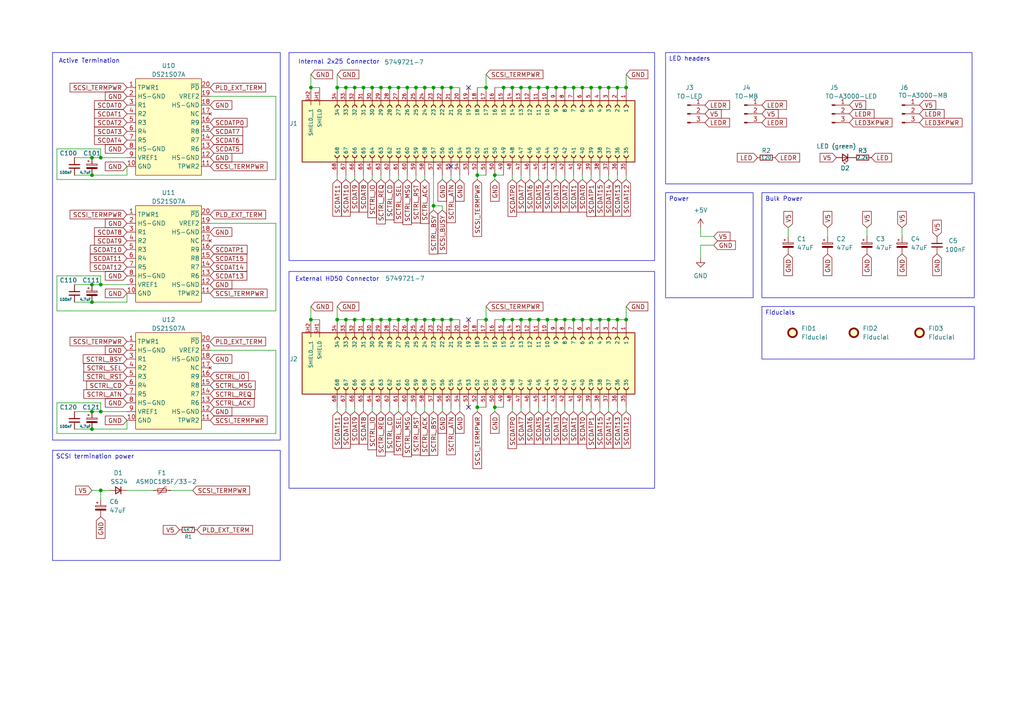
<source format=kicad_sch>
(kicad_sch (version 20250114) (generator "eeschema") (generator_version "9.0")
  (paper "A4")
  (title_block (title "A4092") (rev "PROTO0") (company "amiga.technology"))
  (rectangle (start 83.82 15.24) (end 189.865 75.565))
  (rectangle (start 83.82 78.74) (end 189.865 141.605))
  (rectangle (start 15.24 15.24) (end 81.28 127.635))
  (text "Active Termination\n" (at 25.908 17.78 0) (effects (font (size 1.27 1.27))))
  (text "Internal 2x25 Connector" (at 98.298 18.034 0) (effects (font (size 1.27 1.27))))
  (text "External HD50 Connector" (at 97.79 81.026 0) (effects (font (size 1.27 1.27))))
  (text_box "SCSI termination power\n" (at 15.24 130.6057 0) (size 66.04 31.9542) (margins 0.9525 0.9525 0.9525 0.9525) (effects (font (size 1.27 1.27)) (justify left top)))
  (text_box "Fiducials" (at 220.98 88.9 0) (size 61.595 15.24) (margins 0.9525 0.9525 0.9525 0.9525) (effects (font (size 1.27 1.27)) (justify left top)))
  (text_box "Power\n" (at 193.04 55.88 0) (size 25.4 30.4799) (margins 0.9525 0.9525 0.9525 0.9525) (effects (font (size 1.27 1.27)) (justify left top)))
  (text_box "LED headers\n" (at 193.04 15.24 0) (size 88.9 38.1) (margins 0.9525 0.9525 0.9525 0.9525) (effects (font (size 1.27 1.27)) (justify left top)))
  (text_box "Bulk Power\n" (at 220.98 55.88 0) (size 61.595 30.48) (margins 0.9525 0.9525 0.9525 0.9525) (effects (font (size 1.27 1.27)) (justify left top)))
  (junction (at 168.91 25.4))
  (junction (at 26.67 50.8))
  (junction (at 151.13 25.4))
  (junction (at 153.67 92.71))
  (junction (at 97.79 92.71))
  (junction (at 166.37 92.71))
  (junction (at 115.57 92.71))
  (junction (at 125.73 25.4))
  (junction (at 26.67 124.46))
  (junction (at 176.53 25.4))
  (junction (at 138.43 118.11))
  (junction (at 153.67 25.4))
  (junction (at 120.65 92.71))
  (junction (at 146.05 92.71))
  (junction (at 29.21 142.24))
  (junction (at 128.27 92.71))
  (junction (at 100.33 25.4))
  (junction (at 138.43 50.8))
  (junction (at 102.87 92.71))
  (junction (at 140.97 25.4))
  (junction (at 97.79 25.4))
  (junction (at 110.49 25.4))
  (junction (at 156.21 25.4))
  (junction (at 163.83 25.4))
  (junction (at 171.45 25.4))
  (junction (at 143.51 50.8))
  (junction (at 118.11 25.4))
  (junction (at 115.57 25.4))
  (junction (at 181.61 92.71))
  (junction (at 100.33 92.71))
  (junction (at 90.17 92.71))
  (junction (at 171.45 92.71))
  (junction (at 125.73 92.71))
  (junction (at 168.91 92.71))
  (junction (at 130.81 92.71))
  (junction (at 123.19 92.71))
  (junction (at 120.65 25.4))
  (junction (at 26.67 119.38))
  (junction (at 173.99 92.71))
  (junction (at 148.59 25.4))
  (junction (at 110.49 92.71))
  (junction (at 140.97 92.71))
  (junction (at 26.67 45.72))
  (junction (at 128.27 25.4))
  (junction (at 107.95 25.4))
  (junction (at 107.95 92.71))
  (junction (at 179.07 25.4))
  (junction (at 156.21 92.71))
  (junction (at 90.17 25.4))
  (junction (at 146.05 25.4))
  (junction (at 158.75 92.71))
  (junction (at 113.03 25.4))
  (junction (at 113.03 92.71))
  (junction (at 102.87 25.4))
  (junction (at 143.51 118.11))
  (junction (at 173.99 25.4))
  (junction (at 161.29 25.4))
  (junction (at 26.67 82.55))
  (junction (at 26.67 87.63))
  (junction (at 29.21 45.72))
  (junction (at 123.19 25.4))
  (junction (at 176.53 92.71))
  (junction (at 130.81 25.4))
  (junction (at 29.21 82.55))
  (junction (at 118.11 92.71))
  (junction (at 161.29 92.71))
  (junction (at 166.37 25.4))
  (junction (at 125.73 59.69))
  (junction (at 158.75 25.4))
  (junction (at 151.13 92.71))
  (junction (at 163.83 92.71))
  (junction (at 105.41 25.4))
  (junction (at 179.07 92.71))
  (junction (at 181.61 25.4))
  (junction (at 29.21 119.38))
  (junction (at 105.41 92.71))
  (junction (at 148.59 92.71))
  (no_connect (at 135.89 92.71))
  (no_connect (at 135.89 118.11))
  (no_connect (at 135.89 25.4))
  (no_connect (at 130.81 48.26))
  (wire (pts (xy 80.01 52.07) (xy 16.51 52.07)))
  (wire (pts (xy 203.2 74.93) (xy 203.2 71.12)))
  (wire (pts (xy 173.99 119.38) (xy 173.99 118.11)))
  (wire (pts (xy 110.49 92.71) (xy 113.03 92.71)))
  (wire (pts (xy 29.21 116.84) (xy 29.21 119.38)))
  (wire (pts (xy 146.05 25.4) (xy 148.59 25.4)))
  (wire (pts (xy 125.73 50.8) (xy 125.73 59.69)))
  (wire (pts (xy 123.19 119.38) (xy 123.19 118.11)))
  (wire (pts (xy 179.07 52.07) (xy 179.07 50.8)))
  (wire (pts (xy 120.65 25.4) (xy 123.19 25.4)))
  (wire (pts (xy 143.51 92.71) (xy 146.05 92.71)))
  (wire (pts (xy 16.51 43.18) (xy 29.21 43.18)))
  (wire (pts (xy 36.83 124.46) (xy 26.67 124.46)))
  (wire (pts (xy 153.67 25.4) (xy 156.21 25.4)))
  (wire (pts (xy 80.01 101.6) (xy 80.01 125.73)))
  (wire (pts (xy 90.17 92.71) (xy 92.71 92.71)))
  (wire (pts (xy 163.83 25.4) (xy 166.37 25.4)))
  (wire (pts (xy 138.43 50.8) (xy 140.97 50.8)))
  (wire (pts (xy 97.79 88.9) (xy 97.79 92.71)))
  (wire (pts (xy 203.2 66.04) (xy 203.2 68.58)))
  (wire (pts (xy 148.59 92.71) (xy 151.13 92.71)))
  (wire (pts (xy 251.46 66.04) (xy 251.46 68.58)))
  (wire (pts (xy 179.07 92.71) (xy 181.61 92.71)))
  (wire (pts (xy 21.59 87.63) (xy 26.67 87.63)))
  (wire (pts (xy 156.21 119.38) (xy 156.21 118.11)))
  (wire (pts (xy 161.29 119.38) (xy 161.29 118.11)))
  (wire (pts (xy 181.61 52.07) (xy 181.61 50.8)))
  (wire (pts (xy 156.21 25.4) (xy 158.75 25.4)))
  (wire (pts (xy 105.41 25.4) (xy 107.95 25.4)))
  (wire (pts (xy 120.65 92.71) (xy 123.19 92.71)))
  (wire (pts (xy 143.51 52.07) (xy 143.51 50.8)))
  (wire (pts (xy 16.51 90.17) (xy 16.51 80.01)))
  (wire (pts (xy 31.75 142.24) (xy 29.21 142.24)))
  (wire (pts (xy 120.65 119.38) (xy 120.65 118.11)))
  (wire (pts (xy 36.83 50.8) (xy 26.67 50.8)))
  (wire (pts (xy 100.33 92.71) (xy 102.87 92.71)))
  (wire (pts (xy 44.45 142.24) (xy 36.83 142.24)))
  (wire (pts (xy 128.27 52.07) (xy 128.27 50.8)))
  (wire (pts (xy 138.43 52.07) (xy 138.43 50.8)))
  (wire (pts (xy 107.95 119.38) (xy 107.95 118.11)))
  (wire (pts (xy 21.59 45.72) (xy 26.67 45.72)))
  (wire (pts (xy 163.83 52.07) (xy 163.83 50.8)))
  (wire (pts (xy 123.19 25.4) (xy 125.73 25.4)))
  (wire (pts (xy 166.37 92.71) (xy 168.91 92.71)))
  (wire (pts (xy 158.75 52.07) (xy 158.75 50.8)))
  (wire (pts (xy 163.83 92.71) (xy 166.37 92.71)))
  (wire (pts (xy 97.79 52.07) (xy 97.79 50.8)))
  (wire (pts (xy 26.67 142.24) (xy 29.21 142.24)))
  (wire (pts (xy 55.88 142.24) (xy 49.53 142.24)))
  (wire (pts (xy 90.17 88.9) (xy 90.17 92.71)))
  (wire (pts (xy 97.79 21.59) (xy 97.79 25.4)))
  (wire (pts (xy 168.91 25.4) (xy 171.45 25.4)))
  (wire (pts (xy 80.01 125.73) (xy 16.51 125.73)))
  (wire (pts (xy 240.03 66.04) (xy 240.03 68.58)))
  (wire (pts (xy 107.95 25.4) (xy 110.49 25.4)))
  (wire (pts (xy 128.27 59.69) (xy 128.27 60.96)))
  (wire (pts (xy 166.37 25.4) (xy 168.91 25.4)))
  (wire (pts (xy 105.41 52.07) (xy 105.41 50.8)))
  (wire (pts (xy 151.13 119.38) (xy 151.13 118.11)))
  (wire (pts (xy 125.73 59.69) (xy 125.73 60.96)))
  (wire (pts (xy 60.96 64.77) (xy 80.01 64.77)))
  (wire (pts (xy 128.27 25.4) (xy 130.81 25.4)))
  (wire (pts (xy 163.83 119.38) (xy 163.83 118.11)))
  (wire (pts (xy 80.01 64.77) (xy 80.01 90.17)))
  (wire (pts (xy 168.91 92.71) (xy 171.45 92.71)))
  (wire (pts (xy 161.29 52.07) (xy 161.29 50.8)))
  (wire (pts (xy 16.51 52.07) (xy 16.51 43.18)))
  (wire (pts (xy 16.51 116.84) (xy 29.21 116.84)))
  (wire (pts (xy 110.49 25.4) (xy 113.03 25.4)))
  (wire (pts (xy 118.11 52.07) (xy 118.11 50.8)))
  (wire (pts (xy 29.21 82.55) (xy 36.83 82.55)))
  (wire (pts (xy 143.51 119.38) (xy 143.51 118.11)))
  (wire (pts (xy 140.97 88.9) (xy 140.97 92.71)))
  (wire (pts (xy 138.43 118.11) (xy 140.97 118.11)))
  (wire (pts (xy 171.45 25.4) (xy 173.99 25.4)))
  (wire (pts (xy 123.19 52.07) (xy 123.19 50.8)))
  (wire (pts (xy 29.21 45.72) (xy 36.83 45.72)))
  (wire (pts (xy 115.57 92.71) (xy 118.11 92.71)))
  (wire (pts (xy 173.99 52.07) (xy 173.99 50.8)))
  (wire (pts (xy 97.79 119.38) (xy 97.79 118.11)))
  (wire (pts (xy 158.75 25.4) (xy 161.29 25.4)))
  (wire (pts (xy 130.81 25.4) (xy 133.35 25.4)))
  (wire (pts (xy 128.27 119.38) (xy 128.27 118.11)))
  (wire (pts (xy 161.29 92.71) (xy 163.83 92.71)))
  (wire (pts (xy 21.59 124.46) (xy 26.67 124.46)))
  (wire (pts (xy 173.99 25.4) (xy 176.53 25.4)))
  (wire (pts (xy 118.11 25.4) (xy 120.65 25.4)))
  (wire (pts (xy 29.21 119.38) (xy 36.83 119.38)))
  (wire (pts (xy 130.81 119.38) (xy 130.81 118.11)))
  (wire (pts (xy 203.2 68.58) (xy 207.01 68.58)))
  (wire (pts (xy 102.87 25.4) (xy 105.41 25.4)))
  (wire (pts (xy 36.83 85.09) (xy 36.83 87.63)))
  (wire (pts (xy 102.87 119.38) (xy 102.87 118.11)))
  (wire (pts (xy 113.03 119.38) (xy 113.03 118.11)))
  (wire (pts (xy 102.87 52.07) (xy 102.87 50.8)))
  (wire (pts (xy 16.51 125.73) (xy 16.51 116.84)))
  (wire (pts (xy 107.95 52.07) (xy 107.95 50.8)))
  (wire (pts (xy 80.01 90.17) (xy 16.51 90.17)))
  (wire (pts (xy 29.21 142.24) (xy 29.21 144.78)))
  (wire (pts (xy 166.37 119.38) (xy 166.37 118.11)))
  (wire (pts (xy 110.49 52.07) (xy 110.49 50.8)))
  (wire (pts (xy 138.43 119.38) (xy 138.43 118.11)))
  (wire (pts (xy 151.13 52.07) (xy 151.13 50.8)))
  (wire (pts (xy 176.53 25.4) (xy 179.07 25.4)))
  (wire (pts (xy 168.91 119.38) (xy 168.91 118.11)))
  (wire (pts (xy 156.21 52.07) (xy 156.21 50.8)))
  (wire (pts (xy 120.65 52.07) (xy 120.65 50.8)))
  (wire (pts (xy 181.61 21.59) (xy 181.61 25.4)))
  (wire (pts (xy 60.96 27.94) (xy 80.01 27.94)))
  (wire (pts (xy 140.97 21.59) (xy 140.97 25.4)))
  (wire (pts (xy 29.21 80.01) (xy 29.21 82.55)))
  (wire (pts (xy 176.53 92.71) (xy 179.07 92.71)))
  (wire (pts (xy 153.67 119.38) (xy 153.67 118.11)))
  (wire (pts (xy 36.83 121.92) (xy 36.83 124.46)))
  (wire (pts (xy 130.81 52.07) (xy 130.81 50.8)))
  (wire (pts (xy 158.75 119.38) (xy 158.75 118.11)))
  (wire (pts (xy 100.33 52.07) (xy 100.33 50.8)))
  (wire (pts (xy 153.67 92.71) (xy 156.21 92.71)))
  (wire (pts (xy 90.17 21.59) (xy 90.17 25.4)))
  (wire (pts (xy 203.2 71.12) (xy 207.01 71.12)))
  (wire (pts (xy 138.43 25.4) (xy 140.97 25.4)))
  (wire (pts (xy 179.07 25.4) (xy 181.61 25.4)))
  (wire (pts (xy 181.61 88.9) (xy 181.61 92.71)))
  (wire (pts (xy 113.03 52.07) (xy 113.03 50.8)))
  (wire (pts (xy 166.37 52.07) (xy 166.37 50.8)))
  (wire (pts (xy 173.99 92.71) (xy 176.53 92.71)))
  (wire (pts (xy 26.67 45.72) (xy 29.21 45.72)))
  (wire (pts (xy 100.33 25.4) (xy 102.87 25.4)))
  (wire (pts (xy 148.59 25.4) (xy 151.13 25.4)))
  (wire (pts (xy 26.67 82.55) (xy 29.21 82.55)))
  (wire (pts (xy 102.87 92.71) (xy 105.41 92.71)))
  (wire (pts (xy 29.21 43.18) (xy 29.21 45.72)))
  (wire (pts (xy 179.07 119.38) (xy 179.07 118.11)))
  (wire (pts (xy 130.81 92.71) (xy 133.35 92.71)))
  (wire (pts (xy 100.33 119.38) (xy 100.33 118.11)))
  (wire (pts (xy 125.73 25.4) (xy 128.27 25.4)))
  (wire (pts (xy 80.01 27.94) (xy 80.01 52.07)))
  (wire (pts (xy 36.83 48.26) (xy 36.83 50.8)))
  (wire (pts (xy 146.05 92.71) (xy 148.59 92.71)))
  (wire (pts (xy 153.67 52.07) (xy 153.67 50.8)))
  (wire (pts (xy 148.59 119.38) (xy 148.59 118.11)))
  (wire (pts (xy 125.73 92.71) (xy 128.27 92.71)))
  (wire (pts (xy 176.53 52.07) (xy 176.53 50.8)))
  (wire (pts (xy 113.03 25.4) (xy 115.57 25.4)))
  (wire (pts (xy 171.45 119.38) (xy 171.45 118.11)))
  (wire (pts (xy 118.11 92.71) (xy 120.65 92.71)))
  (wire (pts (xy 133.35 119.38) (xy 133.35 118.11)))
  (wire (pts (xy 133.35 52.07) (xy 133.35 50.8)))
  (wire (pts (xy 21.59 82.55) (xy 26.67 82.55)))
  (wire (pts (xy 115.57 52.07) (xy 115.57 50.8)))
  (wire (pts (xy 156.21 92.71) (xy 158.75 92.71)))
  (wire (pts (xy 261.62 68.58) (xy 261.62 66.04)))
  (wire (pts (xy 118.11 119.38) (xy 118.11 118.11)))
  (wire (pts (xy 113.03 92.71) (xy 115.57 92.71)))
  (wire (pts (xy 151.13 92.71) (xy 153.67 92.71)))
  (wire (pts (xy 107.95 92.71) (xy 110.49 92.71)))
  (wire (pts (xy 128.27 92.71) (xy 130.81 92.71)))
  (wire (pts (xy 16.51 80.01) (xy 29.21 80.01)))
  (wire (pts (xy 161.29 25.4) (xy 163.83 25.4)))
  (wire (pts (xy 110.49 119.38) (xy 110.49 118.11)))
  (wire (pts (xy 123.19 92.71) (xy 125.73 92.71)))
  (wire (pts (xy 125.73 59.69) (xy 128.27 59.69)))
  (wire (pts (xy 143.51 118.11) (xy 146.05 118.11)))
  (wire (pts (xy 143.51 50.8) (xy 146.05 50.8)))
  (wire (pts (xy 181.61 119.38) (xy 181.61 118.11)))
  (wire (pts (xy 138.43 92.71) (xy 140.97 92.71)))
  (wire (pts (xy 143.51 25.4) (xy 146.05 25.4)))
  (wire (pts (xy 26.67 119.38) (xy 29.21 119.38)))
  (wire (pts (xy 36.83 87.63) (xy 26.67 87.63)))
  (wire (pts (xy 125.73 118.11) (xy 125.73 119.38)))
  (wire (pts (xy 171.45 52.07) (xy 171.45 50.8)))
  (wire (pts (xy 228.6 66.04) (xy 228.6 68.58)))
  (wire (pts (xy 168.91 52.07) (xy 168.91 50.8)))
  (wire (pts (xy 21.59 50.8) (xy 26.67 50.8)))
  (wire (pts (xy 115.57 25.4) (xy 118.11 25.4)))
  (wire (pts (xy 151.13 25.4) (xy 153.67 25.4)))
  (wire (pts (xy 158.75 92.71) (xy 161.29 92.71)))
  (wire (pts (xy 90.17 25.4) (xy 92.71 25.4)))
  (wire (pts (xy 176.53 119.38) (xy 176.53 118.11)))
  (wire (pts (xy 171.45 92.71) (xy 173.99 92.71)))
  (wire (pts (xy 148.59 52.07) (xy 148.59 50.8)))
  (wire (pts (xy 97.79 92.71) (xy 100.33 92.71)))
  (wire (pts (xy 105.41 92.71) (xy 107.95 92.71)))
  (wire (pts (xy 115.57 119.38) (xy 115.57 118.11)))
  (wire (pts (xy 105.41 119.38) (xy 105.41 118.11)))
  (wire (pts (xy 21.59 119.38) (xy 26.67 119.38)))
  (wire (pts (xy 60.96 101.6) (xy 80.01 101.6)))
  (wire (pts (xy 97.79 25.4) (xy 100.33 25.4)))
  (global_label "SCSI_TERMPWR" (shape input) (at 60.96 121.92 0) (property "Intersheetrefs" "${INTERSHEET_REFS}" (effects (hide yes))))
  (global_label "SCTRL_RST" (shape input) (at 120.65 119.38 270) (property "Intersheetrefs" "${INTERSHEET_REFS}" (effects (hide yes))))
  (global_label "LEDR" (shape input) (at 220.98 30.48 0) (property "Intersheetrefs" "${INTERSHEET_REFS}" (effects (hide yes))))
  (global_label "LEDR" (shape input) (at 224.79 45.72 0) (property "Intersheetrefs" "${INTERSHEET_REFS}" (effects (hide yes))))
  (global_label "GND" (shape input) (at 36.83 80.01 180) (property "Intersheetrefs" "${INTERSHEET_REFS}" (effects (hide yes))))
  (global_label "SCDAT6" (shape input) (at 153.67 52.07 270) (property "Intersheetrefs" "${INTERSHEET_REFS}" (effects (hide yes))))
  (global_label "V5" (shape input) (at 261.62 66.04 90) (property "Intersheetrefs" "${INTERSHEET_REFS}" (effects (hide yes))))
  (global_label "SCDAT12" (shape input) (at 36.83 77.47 180) (property "Intersheetrefs" "${INTERSHEET_REFS}" (effects (hide yes))))
  (global_label "GND" (shape input) (at 36.83 101.6 180) (property "Intersheetrefs" "${INTERSHEET_REFS}" (effects (hide yes))))
  (global_label "V5" (shape input) (at 240.03 66.04 90) (property "Intersheetrefs" "${INTERSHEET_REFS}" (effects (hide yes))))
  (global_label "SCDAT0" (shape input) (at 168.91 119.38 270) (property "Intersheetrefs" "${INTERSHEET_REFS}" (effects (hide yes))))
  (global_label "GND" (shape input) (at 181.61 88.9 0) (property "Intersheetrefs" "${INTERSHEET_REFS}" (effects (hide yes))))
  (global_label "SCDAT15" (shape input) (at 60.96 74.93 0) (property "Intersheetrefs" "${INTERSHEET_REFS}" (effects (hide yes))))
  (global_label "SCTRL_RST" (shape input) (at 120.65 52.07 270) (property "Intersheetrefs" "${INTERSHEET_REFS}" (effects (hide yes))))
  (global_label "SCDAT1" (shape input) (at 166.37 52.07 270) (property "Intersheetrefs" "${INTERSHEET_REFS}" (effects (hide yes))))
  (global_label "SCDAT8" (shape input) (at 36.83 67.31 180) (property "Intersheetrefs" "${INTERSHEET_REFS}" (effects (hide yes))))
  (global_label "SCTRL_MSG" (shape input) (at 118.11 52.07 270) (property "Intersheetrefs" "${INTERSHEET_REFS}" (effects (hide yes))))
  (global_label "V5" (shape input) (at 271.78 68.58 90) (property "Intersheetrefs" "${INTERSHEET_REFS}" (effects (hide yes))))
  (global_label "GND" (shape input) (at 36.83 85.09 180) (property "Intersheetrefs" "${INTERSHEET_REFS}" (effects (hide yes))))
  (global_label "PLD_EXT_TERM" (shape input) (at 60.96 25.4 0) (property "Intersheetrefs" "${INTERSHEET_REFS}" (effects (hide yes))))
  (global_label "SCSI_TERMPWR" (shape input) (at 138.43 52.07 270) (property "Intersheetrefs" "${INTERSHEET_REFS}" (effects (hide yes))))
  (global_label "SCSI_TERMPWR" (shape input) (at 140.97 21.59 0) (property "Intersheetrefs" "${INTERSHEET_REFS}" (effects (hide yes))))
  (global_label "GND" (shape input) (at 181.61 21.59 0) (property "Intersheetrefs" "${INTERSHEET_REFS}" (effects (hide yes))))
  (global_label "V5" (shape input) (at 228.6 66.04 90) (property "Intersheetrefs" "${INTERSHEET_REFS}" (effects (hide yes))))
  (global_label "SCDAT5" (shape input) (at 156.21 52.07 270) (property "Intersheetrefs" "${INTERSHEET_REFS}" (effects (hide yes))))
  (global_label "LED3KPWR" (shape input) (at 246.38 35.56 0) (property "Intersheetrefs" "${INTERSHEET_REFS}" (effects (hide yes))))
  (global_label "SCDAT0" (shape input) (at 36.83 30.48 180) (property "Intersheetrefs" "${INTERSHEET_REFS}" (effects (hide yes))))
  (global_label "V5" (shape input) (at 204.47 33.02 0) (property "Intersheetrefs" "${INTERSHEET_REFS}" (effects (hide yes))))
  (global_label "LED3KPWR" (shape input) (at 266.7 35.56 0) (property "Intersheetrefs" "${INTERSHEET_REFS}" (effects (hide yes))))
  (global_label "GND" (shape input) (at 36.83 116.84 180) (property "Intersheetrefs" "${INTERSHEET_REFS}" (effects (hide yes))))
  (global_label "SCTRL_RST" (shape input) (at 36.83 109.22 180) (property "Intersheetrefs" "${INTERSHEET_REFS}" (effects (hide yes))))
  (global_label "GND" (shape input) (at 60.96 45.72 0) (property "Intersheetrefs" "${INTERSHEET_REFS}" (effects (hide yes))))
  (global_label "LEDR" (shape input) (at 220.98 35.56 0) (property "Intersheetrefs" "${INTERSHEET_REFS}" (effects (hide yes))))
  (global_label "SCDAT9" (shape input) (at 36.83 69.85 180) (property "Intersheetrefs" "${INTERSHEET_REFS}" (effects (hide yes))))
  (global_label "SCTRL_BSY" (shape input) (at 36.83 104.14 180) (property "Intersheetrefs" "${INTERSHEET_REFS}" (effects (hide yes))))
  (global_label "SCSI_TERMPWR" (shape input) (at 36.83 25.4 180) (property "Intersheetrefs" "${INTERSHEET_REFS}" (effects (hide yes))))
  (global_label "SCDAT7" (shape input) (at 151.13 119.38 270) (property "Intersheetrefs" "${INTERSHEET_REFS}" (effects (hide yes))))
  (global_label "PLD_EXT_TERM" (shape input) (at 60.96 99.06 0) (property "Intersheetrefs" "${INTERSHEET_REFS}" (effects (hide yes))))
  (global_label "SCDAT1" (shape input) (at 36.83 33.02 180) (property "Intersheetrefs" "${INTERSHEET_REFS}" (effects (hide yes))))
  (global_label "SCDAT13" (shape input) (at 179.07 52.07 270) (property "Intersheetrefs" "${INTERSHEET_REFS}" (effects (hide yes))))
  (global_label "LED" (shape input) (at 219.71 45.72 180) (property "Intersheetrefs" "${INTERSHEET_REFS}" (effects (hide yes))))
  (global_label "SCTRL_SEL" (shape input) (at 115.57 52.07 270) (property "Intersheetrefs" "${INTERSHEET_REFS}" (effects (hide yes))))
  (global_label "SCSI_TERMPWR" (shape input) (at 36.83 62.23 180) (property "Intersheetrefs" "${INTERSHEET_REFS}" (effects (hide yes))))
  (global_label "SCTRL_MSG" (shape input) (at 60.96 111.76 0) (property "Intersheetrefs" "${INTERSHEET_REFS}" (effects (hide yes))))
  (global_label "SCDAT3" (shape input) (at 161.29 119.38 270) (property "Intersheetrefs" "${INTERSHEET_REFS}" (effects (hide yes))))
  (global_label "GND" (shape input) (at 133.35 119.38 270) (property "Intersheetrefs" "${INTERSHEET_REFS}" (effects (hide yes))))
  (global_label "SCDAT15" (shape input) (at 173.99 52.07 270) (property "Intersheetrefs" "${INTERSHEET_REFS}" (effects (hide yes))))
  (global_label "SCDAT7" (shape input) (at 151.13 52.07 270) (property "Intersheetrefs" "${INTERSHEET_REFS}" (effects (hide yes))))
  (global_label "SCTRL_ACK" (shape input) (at 60.96 116.84 0) (property "Intersheetrefs" "${INTERSHEET_REFS}" (effects (hide yes))))
  (global_label "SCSI_TERMPWR" (shape input) (at 138.43 119.38 270) (property "Intersheetrefs" "${INTERSHEET_REFS}" (effects (hide yes))))
  (global_label "SCSI_TERMPWR" (shape input) (at 55.88 142.24 0) (property "Intersheetrefs" "${INTERSHEET_REFS}" (effects (hide yes))))
  (global_label "GND" (shape input) (at 133.35 52.07 270) (property "Intersheetrefs" "${INTERSHEET_REFS}" (effects (hide yes))))
  (global_label "SCDAT0" (shape input) (at 168.91 52.07 270) (property "Intersheetrefs" "${INTERSHEET_REFS}" (effects (hide yes))))
  (global_label "SCDAT2" (shape input) (at 163.83 119.38 270) (property "Intersheetrefs" "${INTERSHEET_REFS}" (effects (hide yes))))
  (global_label "SCTRL_ATN" (shape input) (at 130.81 119.38 270) (property "Intersheetrefs" "${INTERSHEET_REFS}" (effects (hide yes))))
  (global_label "SCDAT3" (shape input) (at 36.83 38.1 180) (property "Intersheetrefs" "${INTERSHEET_REFS}" (effects (hide yes))))
  (global_label "GND" (shape input) (at 36.83 43.18 180) (property "Intersheetrefs" "${INTERSHEET_REFS}" (effects (hide yes))))
  (global_label "SCDAT5" (shape input) (at 60.96 43.18 0) (property "Intersheetrefs" "${INTERSHEET_REFS}" (effects (hide yes))))
  (global_label "SCDAT13" (shape input) (at 60.96 80.01 0) (property "Intersheetrefs" "${INTERSHEET_REFS}" (effects (hide yes))))
  (global_label "PLD_EXT_TERM" (shape input) (at 57.15 153.67 0) (property "Intersheetrefs" "${INTERSHEET_REFS}" (effects (hide yes))))
  (global_label "GND" (shape input) (at 97.79 88.9 0) (property "Intersheetrefs" "${INTERSHEET_REFS}" (effects (hide yes))))
  (global_label "SCTRL_MSG" (shape input) (at 118.11 119.38 270) (property "Intersheetrefs" "${INTERSHEET_REFS}" (effects (hide yes))))
  (global_label "SCDAT10" (shape input) (at 100.33 119.38 270) (property "Intersheetrefs" "${INTERSHEET_REFS}" (effects (hide yes))))
  (global_label "SCTRL_REQ" (shape input) (at 110.49 52.07 270) (property "Intersheetrefs" "${INTERSHEET_REFS}" (effects (hide yes))))
  (global_label "PLD_EXT_TERM" (shape input) (at 60.96 62.23 0) (property "Intersheetrefs" "${INTERSHEET_REFS}" (effects (hide yes))))
  (global_label "LED" (shape input) (at 252.73 45.72 0) (property "Intersheetrefs" "${INTERSHEET_REFS}" (effects (hide yes))))
  (global_label "GND" (shape input) (at 228.6 73.66 270) (property "Intersheetrefs" "${INTERSHEET_REFS}" (effects (hide yes))))
  (global_label "SCDAT11" (shape input) (at 36.83 74.93 180) (property "Intersheetrefs" "${INTERSHEET_REFS}" (effects (hide yes))))
  (global_label "V5" (shape input) (at 266.7 30.48 0) (property "Intersheetrefs" "${INTERSHEET_REFS}" (effects (hide yes))))
  (global_label "GND" (shape input) (at 60.96 82.55 0) (property "Intersheetrefs" "${INTERSHEET_REFS}" (effects (hide yes))))
  (global_label "SCTRL_IO" (shape input) (at 107.95 52.07 270) (property "Intersheetrefs" "${INTERSHEET_REFS}" (effects (hide yes))))
  (global_label "LEDR" (shape input) (at 204.47 30.48 0) (property "Intersheetrefs" "${INTERSHEET_REFS}" (effects (hide yes))))
  (global_label "GND" (shape input) (at 143.51 119.38 270) (property "Intersheetrefs" "${INTERSHEET_REFS}" (effects (hide yes))))
  (global_label "SCDAT10" (shape input) (at 36.83 72.39 180) (property "Intersheetrefs" "${INTERSHEET_REFS}" (effects (hide yes))))
  (global_label "GND" (shape input) (at 36.83 121.92 180) (property "Intersheetrefs" "${INTERSHEET_REFS}" (effects (hide yes))))
  (global_label "SCDAT4" (shape input) (at 36.83 40.64 180) (property "Intersheetrefs" "${INTERSHEET_REFS}" (effects (hide yes))))
  (global_label "GND" (shape input) (at 128.27 52.07 270) (property "Intersheetrefs" "${INTERSHEET_REFS}" (effects (hide yes))))
  (global_label "GND" (shape input) (at 60.96 67.31 0) (property "Intersheetrefs" "${INTERSHEET_REFS}" (effects (hide yes))))
  (global_label "SCDAT5" (shape input) (at 156.21 119.38 270) (property "Intersheetrefs" "${INTERSHEET_REFS}" (effects (hide yes))))
  (global_label "SCTRL_CD" (shape input) (at 113.03 119.38 270) (property "Intersheetrefs" "${INTERSHEET_REFS}" (effects (hide yes))))
  (global_label "SCDAT4" (shape input) (at 158.75 119.38 270) (property "Intersheetrefs" "${INTERSHEET_REFS}" (effects (hide yes))))
  (global_label "V5" (shape input) (at 242.57 45.72 180) (property "Intersheetrefs" "${INTERSHEET_REFS}" (effects (hide yes))))
  (global_label "SCTRL_ATN" (shape input) (at 36.83 114.3 180) (property "Intersheetrefs" "${INTERSHEET_REFS}" (effects (hide yes))))
  (global_label "V5" (shape input) (at 246.38 30.48 0) (property "Intersheetrefs" "${INTERSHEET_REFS}" (effects (hide yes))))
  (global_label "SCSI_BUSY" (shape input) (at 128.27 60.96 270) (property "Intersheetrefs" "${INTERSHEET_REFS}" (effects (hide yes))))
  (global_label "SCDATP0" (shape input) (at 148.59 119.38 270) (property "Intersheetrefs" "${INTERSHEET_REFS}" (effects (hide yes))))
  (global_label "SCDAT1" (shape input) (at 166.37 119.38 270) (property "Intersheetrefs" "${INTERSHEET_REFS}" (effects (hide yes))))
  (global_label "SCDATP1" (shape input) (at 60.96 72.39 0) (property "Intersheetrefs" "${INTERSHEET_REFS}" (effects (hide yes))))
  (global_label "SCTRL_IO" (shape input) (at 107.95 119.38 270) (property "Intersheetrefs" "${INTERSHEET_REFS}" (effects (hide yes))))
  (global_label "SCTRL_ACK" (shape input) (at 123.19 52.07 270) (property "Intersheetrefs" "${INTERSHEET_REFS}" (effects (hide yes))))
  (global_label "SCDAT10" (shape input) (at 100.33 52.07 270) (property "Intersheetrefs" "${INTERSHEET_REFS}" (effects (hide yes))))
  (global_label "LEDR" (shape input) (at 246.38 33.02 0) (property "Intersheetrefs" "${INTERSHEET_REFS}" (effects (hide yes))))
  (global_label "GND" (shape input) (at 90.17 88.9 0) (property "Intersheetrefs" "${INTERSHEET_REFS}" (effects (hide yes))))
  (global_label "SCDAT15" (shape input) (at 173.99 119.38 270) (property "Intersheetrefs" "${INTERSHEET_REFS}" (effects (hide yes))))
  (global_label "SCDAT7" (shape input) (at 60.96 38.1 0) (property "Intersheetrefs" "${INTERSHEET_REFS}" (effects (hide yes))))
  (global_label "SCDAT14" (shape input) (at 176.53 52.07 270) (property "Intersheetrefs" "${INTERSHEET_REFS}" (effects (hide yes))))
  (global_label "SCDAT9" (shape input) (at 102.87 119.38 270) (property "Intersheetrefs" "${INTERSHEET_REFS}" (effects (hide yes))))
  (global_label "SCDAT9" (shape input) (at 102.87 52.07 270) (property "Intersheetrefs" "${INTERSHEET_REFS}" (effects (hide yes))))
  (global_label "GND" (shape input) (at 36.83 64.77 180) (property "Intersheetrefs" "${INTERSHEET_REFS}" (effects (hide yes))))
  (global_label "SCDAT3" (shape input) (at 161.29 52.07 270) (property "Intersheetrefs" "${INTERSHEET_REFS}" (effects (hide yes))))
  (global_label "SCDAT11" (shape input) (at 97.79 52.07 270) (property "Intersheetrefs" "${INTERSHEET_REFS}" (effects (hide yes))))
  (global_label "GND" (shape input) (at 36.83 27.94 180) (property "Intersheetrefs" "${INTERSHEET_REFS}" (effects (hide yes))))
  (global_label "SCDAT12" (shape input) (at 181.61 119.38 270) (property "Intersheetrefs" "${INTERSHEET_REFS}" (effects (hide yes))))
  (global_label "GND" (shape input) (at 97.79 21.59 0) (property "Intersheetrefs" "${INTERSHEET_REFS}" (effects (hide yes))))
  (global_label "GND" (shape input) (at 271.78 73.66 270) (property "Intersheetrefs" "${INTERSHEET_REFS}" (effects (hide yes))))
  (global_label "SCTRL_CD" (shape input) (at 113.03 52.07 270) (property "Intersheetrefs" "${INTERSHEET_REFS}" (effects (hide yes))))
  (global_label "SCDATP1" (shape input) (at 171.45 52.07 270) (property "Intersheetrefs" "${INTERSHEET_REFS}" (effects (hide yes))))
  (global_label "GND" (shape input) (at 143.51 52.07 270) (property "Intersheetrefs" "${INTERSHEET_REFS}" (effects (hide yes))))
  (global_label "SCSI_TERMPWR" (shape input) (at 60.96 48.26 0) (property "Intersheetrefs" "${INTERSHEET_REFS}" (effects (hide yes))))
  (global_label "SCDATP0" (shape input) (at 60.96 35.56 0) (property "Intersheetrefs" "${INTERSHEET_REFS}" (effects (hide yes))))
  (global_label "SCSI_TERMPWR" (shape input) (at 140.97 88.9 0) (property "Intersheetrefs" "${INTERSHEET_REFS}" (effects (hide yes))))
  (global_label "GND" (shape input) (at 60.96 119.38 0) (property "Intersheetrefs" "${INTERSHEET_REFS}" (effects (hide yes))))
  (global_label "LEDR" (shape input) (at 204.47 35.56 0) (property "Intersheetrefs" "${INTERSHEET_REFS}" (effects (hide yes))))
  (global_label "SCDAT8" (shape input) (at 105.41 119.38 270) (property "Intersheetrefs" "${INTERSHEET_REFS}" (effects (hide yes))))
  (global_label "GND" (shape input) (at 60.96 104.14 0) (property "Intersheetrefs" "${INTERSHEET_REFS}" (effects (hide yes))))
  (global_label "V5" (shape input) (at 207.01 68.58 0) (property "Intersheetrefs" "${INTERSHEET_REFS}" (effects (hide yes))))
  (global_label "SCSI_TERMPWR" (shape input) (at 36.83 99.06 180) (property "Intersheetrefs" "${INTERSHEET_REFS}" (effects (hide yes))))
  (global_label "GND" (shape input) (at 36.83 48.26 180) (property "Intersheetrefs" "${INTERSHEET_REFS}" (effects (hide yes))))
  (global_label "GND" (shape input) (at 207.01 71.12 0) (property "Intersheetrefs" "${INTERSHEET_REFS}" (effects (hide yes))))
  (global_label "SCDAT8" (shape input) (at 105.41 52.07 270) (property "Intersheetrefs" "${INTERSHEET_REFS}" (effects (hide yes))))
  (global_label "SCDAT13" (shape input) (at 179.07 119.38 270) (property "Intersheetrefs" "${INTERSHEET_REFS}" (effects (hide yes))))
  (global_label "SCTRL_REQ" (shape input) (at 60.96 114.3 0) (property "Intersheetrefs" "${INTERSHEET_REFS}" (effects (hide yes))))
  (global_label "SCDAT11" (shape input) (at 97.79 119.38 270) (property "Intersheetrefs" "${INTERSHEET_REFS}" (effects (hide yes))))
  (global_label "SCDAT2" (shape input) (at 163.83 52.07 270) (property "Intersheetrefs" "${INTERSHEET_REFS}" (effects (hide yes))))
  (global_label "SCDATP1" (shape input) (at 171.45 119.38 270) (property "Intersheetrefs" "${INTERSHEET_REFS}" (effects (hide yes))))
  (global_label "GND" (shape input) (at 240.03 73.66 270) (property "Intersheetrefs" "${INTERSHEET_REFS}" (effects (hide yes))))
  (global_label "V5" (shape input) (at 251.46 66.04 90) (property "Intersheetrefs" "${INTERSHEET_REFS}" (effects (hide yes))))
  (global_label "SCTRL_IO" (shape input) (at 60.96 109.22 0) (property "Intersheetrefs" "${INTERSHEET_REFS}" (effects (hide yes))))
  (global_label "SCDAT14" (shape input) (at 176.53 119.38 270) (property "Intersheetrefs" "${INTERSHEET_REFS}" (effects (hide yes))))
  (global_label "SCDATP0" (shape input) (at 148.59 52.07 270) (property "Intersheetrefs" "${INTERSHEET_REFS}" (effects (hide yes))))
  (global_label "SCDAT12" (shape input) (at 181.61 52.07 270) (property "Intersheetrefs" "${INTERSHEET_REFS}" (effects (hide yes))))
  (global_label "SCTRL_BSY" (shape input) (at 125.73 119.38 270) (property "Intersheetrefs" "${INTERSHEET_REFS}" (effects (hide yes))))
  (global_label "SCTRL_SEL" (shape input) (at 36.83 106.68 180) (property "Intersheetrefs" "${INTERSHEET_REFS}" (effects (hide yes))))
  (global_label "SCSI_TERMPWR" (shape input) (at 60.96 85.09 0) (property "Intersheetrefs" "${INTERSHEET_REFS}" (effects (hide yes))))
  (global_label "GND" (shape input) (at 128.27 119.38 270) (property "Intersheetrefs" "${INTERSHEET_REFS}" (effects (hide yes))))
  (global_label "GND" (shape input) (at 251.46 73.66 270) (property "Intersheetrefs" "${INTERSHEET_REFS}" (effects (hide yes))))
  (global_label "GND" (shape input) (at 29.21 149.86 270) (property "Intersheetrefs" "${INTERSHEET_REFS}" (effects (hide yes))))
  (global_label "V5" (shape input) (at 52.07 153.67 180) (property "Intersheetrefs" "${INTERSHEET_REFS}" (effects (hide yes))))
  (global_label "GND" (shape input) (at 60.96 30.48 0) (property "Intersheetrefs" "${INTERSHEET_REFS}" (effects (hide yes))))
  (global_label "SCTRL_REQ" (shape input) (at 110.49 119.38 270) (property "Intersheetrefs" "${INTERSHEET_REFS}" (effects (hide yes))))
  (global_label "SCTRL_BSY" (shape input) (at 125.73 60.96 270) (property "Intersheetrefs" "${INTERSHEET_REFS}" (effects (hide yes))))
  (global_label "SCDAT4" (shape input) (at 158.75 52.07 270) (property "Intersheetrefs" "${INTERSHEET_REFS}" (effects (hide yes))))
  (global_label "SCDAT2" (shape input) (at 36.83 35.56 180) (property "Intersheetrefs" "${INTERSHEET_REFS}" (effects (hide yes))))
  (global_label "SCTRL_SEL" (shape input) (at 115.57 119.38 270) (property "Intersheetrefs" "${INTERSHEET_REFS}" (effects (hide yes))))
  (global_label "SCDAT6" (shape input) (at 60.96 40.64 0) (property "Intersheetrefs" "${INTERSHEET_REFS}" (effects (hide yes))))
  (global_label "SCDAT6" (shape input) (at 153.67 119.38 270) (property "Intersheetrefs" "${INTERSHEET_REFS}" (effects (hide yes))))
  (global_label "LEDR" (shape input) (at 266.7 33.02 0) (property "Intersheetrefs" "${INTERSHEET_REFS}" (effects (hide yes))))
  (global_label "V5" (shape input) (at 26.67 142.24 180) (property "Intersheetrefs" "${INTERSHEET_REFS}" (effects (hide yes))))
  (global_label "GND" (shape input) (at 90.17 21.59 0) (property "Intersheetrefs" "${INTERSHEET_REFS}" (effects (hide yes))))
  (global_label "SCTRL_CD" (shape input) (at 36.83 111.76 180) (property "Intersheetrefs" "${INTERSHEET_REFS}" (effects (hide yes))))
  (global_label "V5" (shape input) (at 220.98 33.02 0) (property "Intersheetrefs" "${INTERSHEET_REFS}" (effects (hide yes))))
  (global_label "GND" (shape input) (at 261.62 73.66 270) (property "Intersheetrefs" "${INTERSHEET_REFS}" (effects (hide yes))))
  (global_label "SCDAT14" (shape input) (at 60.96 77.47 0) (property "Intersheetrefs" "${INTERSHEET_REFS}" (effects (hide yes))))
  (global_label "SCTRL_ATN" (shape input) (at 130.81 52.07 270) (property "Intersheetrefs" "${INTERSHEET_REFS}" (effects (hide yes))))
  (global_label "SCTRL_ACK" (shape input) (at 123.19 119.38 270) (property "Intersheetrefs" "${INTERSHEET_REFS}" (effects (hide yes))))
  (symbol (lib_id "ds2107:DS21S07AE") (at 40.64 57.15 0) (unit 1)
    (property "Reference" "U11" (at 48.895 55.88 0))
    (property "Value" "DS21S07A" (at 48.895 58.42 0))
    (property "Footprint" "Package_SO:TSSOP-20_4.4x6.5mm_P0.65mm" (effects (hide yes)))
    (property "Datasheet" "https://www.analog.com/media/en/technical-documentation/data-sheets/DS21S07A.pdf" (effects (hide yes)))
    (property "LCSC Part #" "C6602097" (effects (hide yes)))
  )
  (symbol (lib_id "ds2107:DS21S07AE") (at 40.64 93.98 0) (unit 1)
    (property "Reference" "U12" (at 48.895 92.71 0))
    (property "Value" "DS21S07A" (at 48.895 95.25 0))
    (property "Footprint" "Package_SO:TSSOP-20_4.4x6.5mm_P0.65mm" (effects (hide yes)))
    (property "Datasheet" "https://www.analog.com/media/en/technical-documentation/data-sheets/DS21S07A.pdf" (effects (hide yes)))
    (property "LCSC Part #" "C6602097" (effects (hide yes)))
  )
  (symbol (lib_id "TE_5749721-7:5749721-7") (at 135.89 105.41 270) (unit 1)
    (property "Reference" "J2" (at 86.36 104.1399 90) (effects (justify right)))
    (property "Value" "5749721-7" (at 123.19 80.772 90) (effects (justify right)))
    (property "Footprint" "TE_5749721-7:TE_5749721-7" (effects (hide yes)))
    (property "PARTREV" "B1" (effects (hide yes)))
    (property "STANDARD" "Manufacturer Recommendations" (effects (hide yes)))
    (property "MAXIMUM_PACKAGE_HEIGHT" "8.92mm" (effects (hide yes)))
    (property "MANUFACTURER" "TE Connectivity" (effects (hide yes)))
  )
  (symbol (lib_id "Device:Polyfuse_Small") (at 46.99 142.24 90) (unit 1)
    (property "Reference" "F1" (at 46.99 137.16 90))
    (property "Value" "ASMDC185F/33-2" (at 48.26 139.7 90))
    (property "Footprint" "Fuse:Fuse_2920_7451Metric_Pad2.10x5.45mm_HandSolder" (effects (hide yes)))
    (property "Description" "Resettable fuse, polymeric positive temperature coefficient, small symbol" (effects (hide yes)))
    (property "LCSC Part #" "C135379" (effects (hide yes)))
    (property "LCSC Alt #" "C780180" (effects (hide yes)))
  )
  (symbol (lib_id "Device:C_Small") (at 271.78 71.12 0) (unit 1)
    (property "Reference" "C5" (at 275.082 69.85 0) (effects (justify left)))
    (property "Value" "100nF" (at 274.066 72.39 0) (effects (justify left)))
    (property "Footprint" "Capacitor_SMD:C_0603_1608Metric_Pad1.08x0.95mm_HandSolder" (effects (hide yes)))
    (property "Description" "Unpolarized capacitor, small symbol" (effects (hide yes)))
    (property "LCSC Part #" "C14663" (effects (hide yes)))
  )
  (symbol (lib_id "Device:R_Small") (at 54.61 153.67 270) (unit 1)
    (property "Reference" "R1" (at 54.61 155.702 90) (effects (font (size 1.016 1.016))))
    (property "Value" "4K7" (at 54.61 153.67 90) (effects (font (size 1.016 1.016))))
    (property "Footprint" "Resistor_SMD:R_0603_1608Metric_Pad0.98x0.95mm_HandSolder" (effects (hide yes)))
    (property "Description" "Resistor, small symbol" (effects (hide yes)))
    (property "LCSC Part #" "C23162" (effects (hide yes)))
  )
  (symbol (lib_id "Device:C_Polarized_Small") (at 228.6 71.12 0) (unit 1)
    (property "Reference" "C1" (at 231.14 69.3038 0) (effects (justify left)))
    (property "Value" "47uF" (at 231.14 71.8438 0) (effects (justify left)))
    (property "Footprint" "Capacitor_SMD:CP_Elec_6.3x7.7" (effects (hide yes)))
    (property "Description" "Polarized capacitor, small symbol" (effects (hide yes)))
    (property "MPN" "KEMET/A765EB476M1ELAE040" (effects (hide yes)))
    (property "LCSC Part #" "C369909" (effects (hide yes)))
    (property "FT Rotation Offset" "180" (effects (hide yes)))
  )
  (symbol (lib_id "Device:C_Small") (at 21.59 121.92 0) (unit 1)
    (property "Reference" "C120" (at 17.272 118.11 0) (effects (justify left)))
    (property "Value" "100nF" (at 17.272 123.698 0) (effects (font (size 0.762 0.762)) (justify left)))
    (property "Footprint" "Capacitor_SMD:C_0603_1608Metric_Pad1.08x0.95mm_HandSolder" (effects (hide yes)))
    (property "Description" "Unpolarized capacitor, small symbol" (effects (hide yes)))
    (property "LCSC Part #" "C14663" (effects (hide yes)))
  )
  (symbol (lib_id "Mechanical:Fiducial") (at 266.7 96.52 0) (unit 1) (in_bom no)
    (property "Reference" "FID3" (at 269.24 95.2499 0) (effects (justify left)))
    (property "Value" "Fiducial" (at 269.24 97.7899 0) (effects (justify left)))
    (property "Footprint" "Fiducial:Fiducial_0.5mm_Mask1.5mm" (effects (hide yes)))
    (property "Description" "Fiducial Marker" (effects (hide yes)))
  )
  (symbol (lib_id "Mechanical:Fiducial") (at 247.65 96.52 0) (unit 1) (in_bom no)
    (property "Reference" "FID2" (at 250.19 95.2499 0) (effects (justify left)))
    (property "Value" "Fiducial" (at 250.19 97.7899 0) (effects (justify left)))
    (property "Footprint" "Fiducial:Fiducial_0.5mm_Mask1.5mm" (effects (hide yes)))
    (property "Description" "Fiducial Marker" (effects (hide yes)))
  )
  (symbol (lib_id "power:GND") (at 203.2 74.93 0) (unit 1)
    (property "Reference" "#PWR03" (effects (hide yes)))
    (property "Value" "GND" (at 203.2 80.01 0))
    (property "Description" "Power symbol creates a global label with name \"GND\" , ground" (effects (hide yes)))
  )
  (symbol (lib_id "Device:LED_Small") (at 245.11 45.72 180) (unit 1)
    (property "Reference" "D2" (at 245.11 48.768 0))
    (property "Value" "LED (green)" (at 242.57 42.418 0))
    (property "Footprint" "LED_SMD:LED_0805_2012Metric" (effects (hide yes)))
    (property "Description" "Light emitting diode, small symbol" (effects (hide yes)))
    (property "Sim.Pin" "1=K 2=A" (effects (hide yes)))
    (property "LCSC Part #" "C965821" (effects (hide yes)))
  )
  (symbol (lib_id "ds2107:DS21S07AE") (at 40.64 20.32 0) (unit 1)
    (property "Reference" "U10" (at 48.895 19.05 0))
    (property "Value" "DS21S07A" (at 48.895 21.59 0))
    (property "Footprint" "Package_SO:TSSOP-20_4.4x6.5mm_P0.65mm" (effects (hide yes)))
    (property "Datasheet" "https://www.analog.com/media/en/technical-documentation/data-sheets/DS21S07A.pdf" (effects (hide yes)))
    (property "LCSC Part #" "C6602097" (effects (hide yes)))
  )
  (symbol (lib_id "Device:C_Polarized_Small") (at 26.67 48.26 0) (unit 1)
    (property "Reference" "C101" (at 24.13 44.45 0) (effects (justify left)))
    (property "Value" "4.7uF" (at 23.114 50.038 0) (effects (font (size 0.762 0.762)) (justify left)))
    (property "Footprint" "Capacitor_Tantalum_SMD:CP_EIA-3216-10_Kemet-I_HandSolder" (effects (hide yes)))
    (property "Description" "Polarized capacitor, small symbol" (effects (hide yes)))
    (property "LCSC Part #" "C7189" (effects (hide yes)))
    (property "FT Rotation Offset" "180" (effects (hide yes)))
  )
  (symbol (lib_id "Mechanical:Fiducial") (at 229.87 96.52 0) (unit 1) (in_bom no)
    (property "Reference" "FID1" (at 232.41 95.2499 0) (effects (justify left)))
    (property "Value" "Fiducial" (at 232.41 97.7899 0) (effects (justify left)))
    (property "Footprint" "Fiducial:Fiducial_0.5mm_Mask1.5mm" (effects (hide yes)))
    (property "Description" "Fiducial Marker" (effects (hide yes)))
  )
  (symbol (lib_id "Device:C_Polarized_Small") (at 26.67 121.92 0) (unit 1)
    (property "Reference" "C121" (at 23.876 118.11 0) (effects (justify left)))
    (property "Value" "4.7uF" (at 23.114 123.698 0) (effects (font (size 0.762 0.762)) (justify left)))
    (property "Footprint" "Capacitor_Tantalum_SMD:CP_EIA-3216-10_Kemet-I_HandSolder" (effects (hide yes)))
    (property "Description" "Polarized capacitor, small symbol" (effects (hide yes)))
    (property "LCSC Part #" "C7189" (effects (hide yes)))
    (property "FT Rotation Offset" "180" (effects (hide yes)))
  )
  (symbol (lib_id "Device:R_Small") (at 222.25 45.72 90) (unit 1)
    (property "Reference" "R2" (at 222.25 43.688 90))
    (property "Value" "120" (at 222.25 45.72 90) (effects (font (size 1.016 1.016))))
    (property "Footprint" "Resistor_SMD:R_0603_1608Metric" (effects (hide yes)))
    (property "Description" "Resistor, small symbol" (effects (hide yes)))
    (property "LCSC Part #" "C22787" (effects (hide yes)))
  )
  (symbol (lib_id "Connector:Conn_01x03_Pin") (at 199.39 33.02 0) (unit 1)
    (property "Reference" "J3" (at 200.025 25.4 0))
    (property "Value" "TO-LED" (at 200.025 27.94 0))
    (property "Footprint" "Connector_PinHeader_2.54mm:PinHeader_1x03_P2.54mm_Vertical" (effects (hide yes)))
    (property "Description" "Generic connector, single row, 01x03, script generated" (effects (hide yes)))
    (property "LCSC Part #" "C6332196" (effects (hide yes)))
    (property "FT Rotation Offset" "90" (effects (hide yes)))
  )
  (symbol (lib_id "power:+5V") (at 203.2 66.04 0) (unit 1)
    (property "Reference" "#PWR02" (effects (hide yes)))
    (property "Value" "+5V" (at 203.2 60.96 0))
    (property "Description" "Power symbol creates a global label with name \"+5V\"" (effects (hide yes)))
  )
  (symbol (lib_id "Device:C_Polarized_Small") (at 240.03 71.12 0) (unit 1)
    (property "Reference" "C2" (at 242.57 69.3038 0) (effects (justify left)))
    (property "Value" "47uF" (at 242.57 71.8438 0) (effects (justify left)))
    (property "Footprint" "Capacitor_SMD:CP_Elec_6.3x7.7" (effects (hide yes)))
    (property "Description" "Polarized capacitor, small symbol" (effects (hide yes)))
    (property "MPN" "KEMET/A765EB476M1ELAE040" (effects (hide yes)))
    (property "LCSC Part #" "C369909" (effects (hide yes)))
    (property "FT Rotation Offset" "180" (effects (hide yes)))
  )
  (symbol (lib_id "Connector:Conn_01x03_Pin") (at 261.62 33.02 0) (unit 1)
    (property "Reference" "J6" (at 262.255 25.4 0))
    (property "Value" "TO-A3000-MB" (at 267.716 27.686 0))
    (property "Footprint" "Connector_PinHeader_2.54mm:PinHeader_1x03_P2.54mm_Vertical" (effects (hide yes)))
    (property "Description" "Generic connector, single row, 01x03, script generated" (effects (hide yes)))
    (property "LCSC Part #" "C6332196" (effects (hide yes)))
    (property "FT Rotation Offset" "90" (effects (hide yes)))
  )
  (symbol (lib_id "Device:C_Small") (at 21.59 85.09 0) (unit 1)
    (property "Reference" "C110" (at 17.272 81.28 0) (effects (justify left)))
    (property "Value" "100nF" (at 17.272 86.868 0) (effects (font (size 0.762 0.762)) (justify left)))
    (property "Footprint" "Capacitor_SMD:C_0603_1608Metric_Pad1.08x0.95mm_HandSolder" (effects (hide yes)))
    (property "Description" "Unpolarized capacitor, small symbol" (effects (hide yes)))
    (property "LCSC Part #" "C14663" (effects (hide yes)))
  )
  (symbol (lib_id "Connector:Conn_01x03_Pin") (at 241.3 33.02 0) (unit 1)
    (property "Reference" "J5" (at 241.935 25.4 0))
    (property "Value" "TO-A3000-LED" (at 246.888 27.94 0))
    (property "Footprint" "Connector_PinHeader_2.54mm:PinHeader_1x03_P2.54mm_Vertical" (effects (hide yes)))
    (property "Description" "Generic connector, single row, 01x03, script generated" (effects (hide yes)))
    (property "LCSC Part #" "C6332196" (effects (hide yes)))
    (property "FT Rotation Offset" "90" (effects (hide yes)))
  )
  (symbol (lib_id "Device:C_Polarized_Small") (at 261.62 71.12 0) (unit 1)
    (property "Reference" "C4" (at 264.16 69.3038 0) (effects (justify left)))
    (property "Value" "47uF" (at 264.16 71.8438 0) (effects (justify left)))
    (property "Footprint" "Capacitor_SMD:CP_Elec_6.3x7.7" (effects (hide yes)))
    (property "Description" "Polarized capacitor, small symbol" (effects (hide yes)))
    (property "MPN" "KEMET/A765EB476M1ELAE040" (effects (hide yes)))
    (property "LCSC Part #" "C369909" (effects (hide yes)))
    (property "FT Rotation Offset" "180" (effects (hide yes)))
  )
  (symbol (lib_id "Connector:Conn_01x03_Pin") (at 215.9 33.02 0) (unit 1)
    (property "Reference" "J4" (at 216.535 25.4 0))
    (property "Value" "TO-MB" (at 216.535 27.94 0))
    (property "Footprint" "Connector_PinHeader_2.54mm:PinHeader_1x03_P2.54mm_Vertical" (effects (hide yes)))
    (property "Description" "Generic connector, single row, 01x03, script generated" (effects (hide yes)))
    (property "LCSC Part #" "C6332196" (effects (hide yes)))
    (property "FT Rotation Offset" "90" (effects (hide yes)))
  )
  (symbol (lib_name "5749721-7_1") (lib_id "TE_5749721-7:5749721-7") (at 135.89 38.1 270) (unit 1)
    (property "Reference" "J1" (at 86.36 35.814 90) (effects (justify right)))
    (property "Value" "5749721-7" (at 122.936 18.034 90) (effects (justify right)))
    (property "Footprint" "TE_5749721-7:TE_5749721-7" (effects (hide yes)))
    (property "PARTREV" "B1" (effects (hide yes)))
    (property "STANDARD" "Manufacturer Recommendations" (effects (hide yes)))
    (property "MANUFACTURER" "TE Connectivity" (effects (hide yes)))
    (property "MAXIMUM_PACKAGE_HEIGHT" "8.92mm" (effects (hide yes)))
  )
  (symbol (lib_id "Device:R_Small") (at 250.19 45.72 90) (unit 1)
    (property "Reference" "R3" (at 250.19 43.688 90))
    (property "Value" "2.2k" (at 250.19 45.72 90) (effects (font (size 1.016 1.016))))
    (property "Footprint" "Resistor_SMD:R_0603_1608Metric" (effects (hide yes)))
    (property "Description" "Resistor, small symbol" (effects (hide yes)))
    (property "LCSC Part #" "C4190" (effects (hide yes)))
  )
  (symbol (lib_id "Device:C_Polarized_Small") (at 251.46 71.12 0) (unit 1)
    (property "Reference" "C3" (at 254 69.3038 0) (effects (justify left)))
    (property "Value" "47uF" (at 254 71.8438 0) (effects (justify left)))
    (property "Footprint" "Capacitor_SMD:CP_Elec_6.3x7.7" (effects (hide yes)))
    (property "Description" "Polarized capacitor, small symbol" (effects (hide yes)))
    (property "MPN" "KEMET/A765EB476M1ELAE040" (effects (hide yes)))
    (property "LCSC Part #" "C369909" (effects (hide yes)))
    (property "FT Rotation Offset" "180" (effects (hide yes)))
  )
  (symbol (lib_id "Device:C_Small") (at 21.59 48.26 0) (unit 1)
    (property "Reference" "C100" (at 17.272 44.45 0) (effects (justify left)))
    (property "Value" "100nF" (at 17.272 50.038 0) (effects (font (size 0.762 0.762)) (justify left)))
    (property "Footprint" "Capacitor_SMD:C_0603_1608Metric_Pad1.08x0.95mm_HandSolder" (effects (hide yes)))
    (property "Description" "Unpolarized capacitor, small symbol" (effects (hide yes)))
    (property "LCSC Part #" "C14663" (effects (hide yes)))
  )
  (symbol (lib_id "Device:C_Polarized_Small") (at 26.67 85.09 0) (unit 1)
    (property "Reference" "C111" (at 23.876 81.28 0) (effects (justify left)))
    (property "Value" "4.7uF" (at 23.114 86.868 0) (effects (font (size 0.762 0.762)) (justify left)))
    (property "Footprint" "Capacitor_Tantalum_SMD:CP_EIA-3216-10_Kemet-I_HandSolder" (effects (hide yes)))
    (property "Description" "Polarized capacitor, small symbol" (effects (hide yes)))
    (property "LCSC Part #" "C7189" (effects (hide yes)))
    (property "FT Rotation Offset" "180" (effects (hide yes)))
  )
  (symbol (lib_id "Device:D_Small") (at 34.29 142.24 180) (unit 1)
    (property "Reference" "D1" (at 34.29 137.16 0))
    (property "Value" "SS24" (at 34.544 139.7 0))
    (property "Footprint" "Diode_SMD:D_SMA_Handsoldering" (effects (hide yes)))
    (property "Datasheet" "https://www.onsemi.com/pdf/datasheet/mbr140sft1-d.pdf" (effects (hide yes)))
    (property "Description" "Diode, small symbol" (effects (hide yes)))
    (property "Sim.Device" "D" (effects (hide yes)))
    (property "Sim.Pins" "1=K 2=A" (effects (hide yes)))
    (property "LCSC Part #" "C43381" (effects (hide yes)))
  )
  (symbol (lib_id "Device:C_Polarized_Small") (at 29.21 147.32 0) (unit 1)
    (property "Reference" "C6" (at 31.75 145.5038 0) (effects (justify left)))
    (property "Value" "47uF" (at 31.75 148.0438 0) (effects (justify left)))
    (property "Footprint" "Capacitor_SMD:CP_Elec_6.3x7.7" (effects (hide yes)))
    (property "Description" "Polarized capacitor, small symbol" (effects (hide yes)))
    (property "MPN" "KEMET/A765EB476M1ELAE040" (effects (hide yes)))
    (property "LCSC Part #" "C369909" (effects (hide yes)))
    (property "FT Rotation Offset" "180" (effects (hide yes)))
  )
)
</source>
